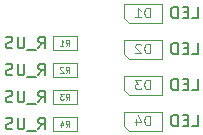
<source format=gbr>
G04 #@! TF.GenerationSoftware,KiCad,Pcbnew,5.0.2-bee76a0~70~ubuntu16.04.1*
G04 #@! TF.CreationDate,2019-07-09T20:02:22-07:00*
G04 #@! TF.ProjectId,reverse-mount-led-test,72657665-7273-4652-9d6d-6f756e742d6c,rev?*
G04 #@! TF.SameCoordinates,Original*
G04 #@! TF.FileFunction,Other,Fab,Bot*
%FSLAX46Y46*%
G04 Gerber Fmt 4.6, Leading zero omitted, Abs format (unit mm)*
G04 Created by KiCad (PCBNEW 5.0.2-bee76a0~70~ubuntu16.04.1) date Tue 09 Jul 2019 08:02:22 PM PDT*
%MOMM*%
%LPD*%
G01*
G04 APERTURE LIST*
%ADD10C,0.100000*%
%ADD11C,0.150000*%
%ADD12C,0.120000*%
%ADD13C,0.080000*%
G04 APERTURE END LIST*
D10*
G04 #@! TO.C,D1*
X163398000Y-102832000D02*
X163398000Y-104432000D01*
X160198000Y-102832000D02*
X163398000Y-102832000D01*
X160198000Y-104032000D02*
X160198000Y-102832000D01*
X160598000Y-104432000D02*
X160198000Y-104032000D01*
X163398000Y-104432000D02*
X160598000Y-104432000D01*
G04 #@! TO.C,D2*
X163398000Y-107480000D02*
X160598000Y-107480000D01*
X160598000Y-107480000D02*
X160198000Y-107080000D01*
X160198000Y-107080000D02*
X160198000Y-105880000D01*
X160198000Y-105880000D02*
X163398000Y-105880000D01*
X163398000Y-105880000D02*
X163398000Y-107480000D01*
G04 #@! TO.C,R1*
X154194000Y-105572000D02*
X154194000Y-106772000D01*
X154194000Y-106772000D02*
X156194000Y-106772000D01*
X156194000Y-106772000D02*
X156194000Y-105572000D01*
X156194000Y-105572000D02*
X154194000Y-105572000D01*
G04 #@! TO.C,R2*
X156194000Y-107858000D02*
X154194000Y-107858000D01*
X156194000Y-109058000D02*
X156194000Y-107858000D01*
X154194000Y-109058000D02*
X156194000Y-109058000D01*
X154194000Y-107858000D02*
X154194000Y-109058000D01*
G04 #@! TO.C,D3*
X163398000Y-108928000D02*
X163398000Y-110528000D01*
X160198000Y-108928000D02*
X163398000Y-108928000D01*
X160198000Y-110128000D02*
X160198000Y-108928000D01*
X160598000Y-110528000D02*
X160198000Y-110128000D01*
X163398000Y-110528000D02*
X160598000Y-110528000D01*
G04 #@! TO.C,D4*
X163398000Y-113576000D02*
X160598000Y-113576000D01*
X160598000Y-113576000D02*
X160198000Y-113176000D01*
X160198000Y-113176000D02*
X160198000Y-111976000D01*
X160198000Y-111976000D02*
X163398000Y-111976000D01*
X163398000Y-111976000D02*
X163398000Y-113576000D01*
G04 #@! TO.C,R3*
X154194000Y-110144000D02*
X154194000Y-111344000D01*
X154194000Y-111344000D02*
X156194000Y-111344000D01*
X156194000Y-111344000D02*
X156194000Y-110144000D01*
X156194000Y-110144000D02*
X154194000Y-110144000D01*
G04 #@! TO.C,R4*
X156194000Y-112430000D02*
X154194000Y-112430000D01*
X156194000Y-113630000D02*
X156194000Y-112430000D01*
X154194000Y-113630000D02*
X156194000Y-113630000D01*
X154194000Y-112430000D02*
X154194000Y-113630000D01*
G04 #@! TD*
G04 #@! TO.C,D1*
D11*
X165996857Y-104084380D02*
X166473047Y-104084380D01*
X166473047Y-103084380D01*
X165663523Y-103560571D02*
X165330190Y-103560571D01*
X165187333Y-104084380D02*
X165663523Y-104084380D01*
X165663523Y-103084380D01*
X165187333Y-103084380D01*
X164758761Y-104084380D02*
X164758761Y-103084380D01*
X164520666Y-103084380D01*
X164377809Y-103132000D01*
X164282571Y-103227238D01*
X164234952Y-103322476D01*
X164187333Y-103512952D01*
X164187333Y-103655809D01*
X164234952Y-103846285D01*
X164282571Y-103941523D01*
X164377809Y-104036761D01*
X164520666Y-104084380D01*
X164758761Y-104084380D01*
D12*
X162388476Y-103993904D02*
X162388476Y-103193904D01*
X162198000Y-103193904D01*
X162083714Y-103232000D01*
X162007523Y-103308190D01*
X161969428Y-103384380D01*
X161931333Y-103536761D01*
X161931333Y-103651047D01*
X161969428Y-103803428D01*
X162007523Y-103879619D01*
X162083714Y-103955809D01*
X162198000Y-103993904D01*
X162388476Y-103993904D01*
X161169428Y-103993904D02*
X161626571Y-103993904D01*
X161398000Y-103993904D02*
X161398000Y-103193904D01*
X161474190Y-103308190D01*
X161550380Y-103384380D01*
X161626571Y-103422476D01*
G04 #@! TO.C,D2*
D11*
X165996857Y-107132380D02*
X166473047Y-107132380D01*
X166473047Y-106132380D01*
X165663523Y-106608571D02*
X165330190Y-106608571D01*
X165187333Y-107132380D02*
X165663523Y-107132380D01*
X165663523Y-106132380D01*
X165187333Y-106132380D01*
X164758761Y-107132380D02*
X164758761Y-106132380D01*
X164520666Y-106132380D01*
X164377809Y-106180000D01*
X164282571Y-106275238D01*
X164234952Y-106370476D01*
X164187333Y-106560952D01*
X164187333Y-106703809D01*
X164234952Y-106894285D01*
X164282571Y-106989523D01*
X164377809Y-107084761D01*
X164520666Y-107132380D01*
X164758761Y-107132380D01*
D12*
X162388476Y-107041904D02*
X162388476Y-106241904D01*
X162198000Y-106241904D01*
X162083714Y-106280000D01*
X162007523Y-106356190D01*
X161969428Y-106432380D01*
X161931333Y-106584761D01*
X161931333Y-106699047D01*
X161969428Y-106851428D01*
X162007523Y-106927619D01*
X162083714Y-107003809D01*
X162198000Y-107041904D01*
X162388476Y-107041904D01*
X161626571Y-106318095D02*
X161588476Y-106280000D01*
X161512285Y-106241904D01*
X161321809Y-106241904D01*
X161245619Y-106280000D01*
X161207523Y-106318095D01*
X161169428Y-106394285D01*
X161169428Y-106470476D01*
X161207523Y-106584761D01*
X161664666Y-107041904D01*
X161169428Y-107041904D01*
G04 #@! TO.C,R1*
D11*
X152963428Y-106624380D02*
X153296761Y-106148190D01*
X153534857Y-106624380D02*
X153534857Y-105624380D01*
X153153904Y-105624380D01*
X153058666Y-105672000D01*
X153011047Y-105719619D01*
X152963428Y-105814857D01*
X152963428Y-105957714D01*
X153011047Y-106052952D01*
X153058666Y-106100571D01*
X153153904Y-106148190D01*
X153534857Y-106148190D01*
X152772952Y-106719619D02*
X152011047Y-106719619D01*
X151772952Y-105624380D02*
X151772952Y-106433904D01*
X151725333Y-106529142D01*
X151677714Y-106576761D01*
X151582476Y-106624380D01*
X151392000Y-106624380D01*
X151296761Y-106576761D01*
X151249142Y-106529142D01*
X151201523Y-106433904D01*
X151201523Y-105624380D01*
X150772952Y-106576761D02*
X150630095Y-106624380D01*
X150392000Y-106624380D01*
X150296761Y-106576761D01*
X150249142Y-106529142D01*
X150201523Y-106433904D01*
X150201523Y-106338666D01*
X150249142Y-106243428D01*
X150296761Y-106195809D01*
X150392000Y-106148190D01*
X150582476Y-106100571D01*
X150677714Y-106052952D01*
X150725333Y-106005333D01*
X150772952Y-105910095D01*
X150772952Y-105814857D01*
X150725333Y-105719619D01*
X150677714Y-105672000D01*
X150582476Y-105624380D01*
X150344380Y-105624380D01*
X150201523Y-105672000D01*
D13*
X155277333Y-106398190D02*
X155444000Y-106160095D01*
X155563047Y-106398190D02*
X155563047Y-105898190D01*
X155372571Y-105898190D01*
X155324952Y-105922000D01*
X155301142Y-105945809D01*
X155277333Y-105993428D01*
X155277333Y-106064857D01*
X155301142Y-106112476D01*
X155324952Y-106136285D01*
X155372571Y-106160095D01*
X155563047Y-106160095D01*
X154801142Y-106398190D02*
X155086857Y-106398190D01*
X154944000Y-106398190D02*
X154944000Y-105898190D01*
X154991619Y-105969619D01*
X155039238Y-106017238D01*
X155086857Y-106041047D01*
G04 #@! TO.C,R2*
D11*
X152963428Y-108910380D02*
X153296761Y-108434190D01*
X153534857Y-108910380D02*
X153534857Y-107910380D01*
X153153904Y-107910380D01*
X153058666Y-107958000D01*
X153011047Y-108005619D01*
X152963428Y-108100857D01*
X152963428Y-108243714D01*
X153011047Y-108338952D01*
X153058666Y-108386571D01*
X153153904Y-108434190D01*
X153534857Y-108434190D01*
X152772952Y-109005619D02*
X152011047Y-109005619D01*
X151772952Y-107910380D02*
X151772952Y-108719904D01*
X151725333Y-108815142D01*
X151677714Y-108862761D01*
X151582476Y-108910380D01*
X151392000Y-108910380D01*
X151296761Y-108862761D01*
X151249142Y-108815142D01*
X151201523Y-108719904D01*
X151201523Y-107910380D01*
X150772952Y-108862761D02*
X150630095Y-108910380D01*
X150392000Y-108910380D01*
X150296761Y-108862761D01*
X150249142Y-108815142D01*
X150201523Y-108719904D01*
X150201523Y-108624666D01*
X150249142Y-108529428D01*
X150296761Y-108481809D01*
X150392000Y-108434190D01*
X150582476Y-108386571D01*
X150677714Y-108338952D01*
X150725333Y-108291333D01*
X150772952Y-108196095D01*
X150772952Y-108100857D01*
X150725333Y-108005619D01*
X150677714Y-107958000D01*
X150582476Y-107910380D01*
X150344380Y-107910380D01*
X150201523Y-107958000D01*
D13*
X155277333Y-108684190D02*
X155444000Y-108446095D01*
X155563047Y-108684190D02*
X155563047Y-108184190D01*
X155372571Y-108184190D01*
X155324952Y-108208000D01*
X155301142Y-108231809D01*
X155277333Y-108279428D01*
X155277333Y-108350857D01*
X155301142Y-108398476D01*
X155324952Y-108422285D01*
X155372571Y-108446095D01*
X155563047Y-108446095D01*
X155086857Y-108231809D02*
X155063047Y-108208000D01*
X155015428Y-108184190D01*
X154896380Y-108184190D01*
X154848761Y-108208000D01*
X154824952Y-108231809D01*
X154801142Y-108279428D01*
X154801142Y-108327047D01*
X154824952Y-108398476D01*
X155110666Y-108684190D01*
X154801142Y-108684190D01*
G04 #@! TO.C,D3*
D11*
X165996857Y-110180380D02*
X166473047Y-110180380D01*
X166473047Y-109180380D01*
X165663523Y-109656571D02*
X165330190Y-109656571D01*
X165187333Y-110180380D02*
X165663523Y-110180380D01*
X165663523Y-109180380D01*
X165187333Y-109180380D01*
X164758761Y-110180380D02*
X164758761Y-109180380D01*
X164520666Y-109180380D01*
X164377809Y-109228000D01*
X164282571Y-109323238D01*
X164234952Y-109418476D01*
X164187333Y-109608952D01*
X164187333Y-109751809D01*
X164234952Y-109942285D01*
X164282571Y-110037523D01*
X164377809Y-110132761D01*
X164520666Y-110180380D01*
X164758761Y-110180380D01*
D12*
X162388476Y-110089904D02*
X162388476Y-109289904D01*
X162198000Y-109289904D01*
X162083714Y-109328000D01*
X162007523Y-109404190D01*
X161969428Y-109480380D01*
X161931333Y-109632761D01*
X161931333Y-109747047D01*
X161969428Y-109899428D01*
X162007523Y-109975619D01*
X162083714Y-110051809D01*
X162198000Y-110089904D01*
X162388476Y-110089904D01*
X161664666Y-109289904D02*
X161169428Y-109289904D01*
X161436095Y-109594666D01*
X161321809Y-109594666D01*
X161245619Y-109632761D01*
X161207523Y-109670857D01*
X161169428Y-109747047D01*
X161169428Y-109937523D01*
X161207523Y-110013714D01*
X161245619Y-110051809D01*
X161321809Y-110089904D01*
X161550380Y-110089904D01*
X161626571Y-110051809D01*
X161664666Y-110013714D01*
G04 #@! TO.C,D4*
D11*
X165996857Y-113228380D02*
X166473047Y-113228380D01*
X166473047Y-112228380D01*
X165663523Y-112704571D02*
X165330190Y-112704571D01*
X165187333Y-113228380D02*
X165663523Y-113228380D01*
X165663523Y-112228380D01*
X165187333Y-112228380D01*
X164758761Y-113228380D02*
X164758761Y-112228380D01*
X164520666Y-112228380D01*
X164377809Y-112276000D01*
X164282571Y-112371238D01*
X164234952Y-112466476D01*
X164187333Y-112656952D01*
X164187333Y-112799809D01*
X164234952Y-112990285D01*
X164282571Y-113085523D01*
X164377809Y-113180761D01*
X164520666Y-113228380D01*
X164758761Y-113228380D01*
D12*
X162388476Y-113137904D02*
X162388476Y-112337904D01*
X162198000Y-112337904D01*
X162083714Y-112376000D01*
X162007523Y-112452190D01*
X161969428Y-112528380D01*
X161931333Y-112680761D01*
X161931333Y-112795047D01*
X161969428Y-112947428D01*
X162007523Y-113023619D01*
X162083714Y-113099809D01*
X162198000Y-113137904D01*
X162388476Y-113137904D01*
X161245619Y-112604571D02*
X161245619Y-113137904D01*
X161436095Y-112299809D02*
X161626571Y-112871238D01*
X161131333Y-112871238D01*
G04 #@! TO.C,R3*
D11*
X152963428Y-111196380D02*
X153296761Y-110720190D01*
X153534857Y-111196380D02*
X153534857Y-110196380D01*
X153153904Y-110196380D01*
X153058666Y-110244000D01*
X153011047Y-110291619D01*
X152963428Y-110386857D01*
X152963428Y-110529714D01*
X153011047Y-110624952D01*
X153058666Y-110672571D01*
X153153904Y-110720190D01*
X153534857Y-110720190D01*
X152772952Y-111291619D02*
X152011047Y-111291619D01*
X151772952Y-110196380D02*
X151772952Y-111005904D01*
X151725333Y-111101142D01*
X151677714Y-111148761D01*
X151582476Y-111196380D01*
X151392000Y-111196380D01*
X151296761Y-111148761D01*
X151249142Y-111101142D01*
X151201523Y-111005904D01*
X151201523Y-110196380D01*
X150772952Y-111148761D02*
X150630095Y-111196380D01*
X150392000Y-111196380D01*
X150296761Y-111148761D01*
X150249142Y-111101142D01*
X150201523Y-111005904D01*
X150201523Y-110910666D01*
X150249142Y-110815428D01*
X150296761Y-110767809D01*
X150392000Y-110720190D01*
X150582476Y-110672571D01*
X150677714Y-110624952D01*
X150725333Y-110577333D01*
X150772952Y-110482095D01*
X150772952Y-110386857D01*
X150725333Y-110291619D01*
X150677714Y-110244000D01*
X150582476Y-110196380D01*
X150344380Y-110196380D01*
X150201523Y-110244000D01*
D13*
X155277333Y-110970190D02*
X155444000Y-110732095D01*
X155563047Y-110970190D02*
X155563047Y-110470190D01*
X155372571Y-110470190D01*
X155324952Y-110494000D01*
X155301142Y-110517809D01*
X155277333Y-110565428D01*
X155277333Y-110636857D01*
X155301142Y-110684476D01*
X155324952Y-110708285D01*
X155372571Y-110732095D01*
X155563047Y-110732095D01*
X155110666Y-110470190D02*
X154801142Y-110470190D01*
X154967809Y-110660666D01*
X154896380Y-110660666D01*
X154848761Y-110684476D01*
X154824952Y-110708285D01*
X154801142Y-110755904D01*
X154801142Y-110874952D01*
X154824952Y-110922571D01*
X154848761Y-110946380D01*
X154896380Y-110970190D01*
X155039238Y-110970190D01*
X155086857Y-110946380D01*
X155110666Y-110922571D01*
G04 #@! TO.C,R4*
D11*
X152963428Y-113482380D02*
X153296761Y-113006190D01*
X153534857Y-113482380D02*
X153534857Y-112482380D01*
X153153904Y-112482380D01*
X153058666Y-112530000D01*
X153011047Y-112577619D01*
X152963428Y-112672857D01*
X152963428Y-112815714D01*
X153011047Y-112910952D01*
X153058666Y-112958571D01*
X153153904Y-113006190D01*
X153534857Y-113006190D01*
X152772952Y-113577619D02*
X152011047Y-113577619D01*
X151772952Y-112482380D02*
X151772952Y-113291904D01*
X151725333Y-113387142D01*
X151677714Y-113434761D01*
X151582476Y-113482380D01*
X151392000Y-113482380D01*
X151296761Y-113434761D01*
X151249142Y-113387142D01*
X151201523Y-113291904D01*
X151201523Y-112482380D01*
X150772952Y-113434761D02*
X150630095Y-113482380D01*
X150392000Y-113482380D01*
X150296761Y-113434761D01*
X150249142Y-113387142D01*
X150201523Y-113291904D01*
X150201523Y-113196666D01*
X150249142Y-113101428D01*
X150296761Y-113053809D01*
X150392000Y-113006190D01*
X150582476Y-112958571D01*
X150677714Y-112910952D01*
X150725333Y-112863333D01*
X150772952Y-112768095D01*
X150772952Y-112672857D01*
X150725333Y-112577619D01*
X150677714Y-112530000D01*
X150582476Y-112482380D01*
X150344380Y-112482380D01*
X150201523Y-112530000D01*
D13*
X155277333Y-113256190D02*
X155444000Y-113018095D01*
X155563047Y-113256190D02*
X155563047Y-112756190D01*
X155372571Y-112756190D01*
X155324952Y-112780000D01*
X155301142Y-112803809D01*
X155277333Y-112851428D01*
X155277333Y-112922857D01*
X155301142Y-112970476D01*
X155324952Y-112994285D01*
X155372571Y-113018095D01*
X155563047Y-113018095D01*
X154848761Y-112922857D02*
X154848761Y-113256190D01*
X154967809Y-112732380D02*
X155086857Y-113089523D01*
X154777333Y-113089523D01*
G04 #@! TD*
M02*

</source>
